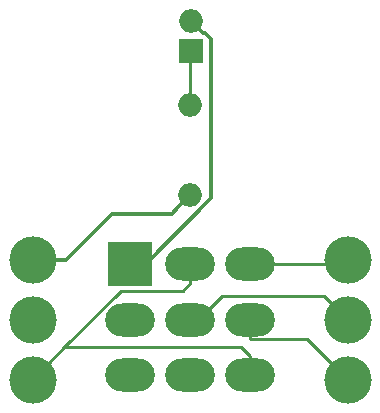
<source format=gbr>
G04 #@! TF.GenerationSoftware,KiCad,Pcbnew,(5.1.5-0-10_14)*
G04 #@! TF.CreationDate,2020-11-20T21:35:50+01:00*
G04 #@! TF.ProjectId,3pdt-90deg,33706474-2d39-4306-9465-672e6b696361,rev?*
G04 #@! TF.SameCoordinates,Original*
G04 #@! TF.FileFunction,Copper,L1,Top*
G04 #@! TF.FilePolarity,Positive*
%FSLAX46Y46*%
G04 Gerber Fmt 4.6, Leading zero omitted, Abs format (unit mm)*
G04 Created by KiCad (PCBNEW (5.1.5-0-10_14)) date 2020-11-20 21:35:50*
%MOMM*%
%LPD*%
G04 APERTURE LIST*
%ADD10O,4.200000X2.800000*%
%ADD11R,3.816000X3.816000*%
%ADD12R,2.000000X2.000000*%
%ADD13O,2.000000X2.000000*%
%ADD14C,4.000500*%
%ADD15C,0.250000*%
%ADD16C,0.300000*%
G04 APERTURE END LIST*
D10*
X156210000Y-68200000D03*
X156210000Y-63500000D03*
X156210000Y-58800000D03*
X151130000Y-68200000D03*
X151130000Y-63500000D03*
X151130000Y-58800000D03*
X146050000Y-68200000D03*
X146050000Y-63500000D03*
D11*
X146050000Y-58800000D03*
D12*
X151193500Y-40767000D03*
D13*
X151193500Y-38227000D03*
D14*
X137795000Y-68580000D03*
X164465000Y-68580000D03*
X137795000Y-63500000D03*
X137795000Y-58420000D03*
X164465000Y-63500000D03*
X164465000Y-58420000D03*
D13*
X151130000Y-45339000D03*
X151130000Y-52959000D03*
D15*
X151130000Y-40830500D02*
X151193500Y-40767000D01*
X151130000Y-45339000D02*
X151130000Y-40830500D01*
D16*
X152373501Y-39226999D02*
X152908000Y-39761498D01*
X152193499Y-39226999D02*
X152373501Y-39226999D01*
X151193500Y-38227000D02*
X152193499Y-39226999D01*
X147361002Y-58800000D02*
X146050000Y-58800000D01*
X152908000Y-53253002D02*
X147361002Y-58800000D01*
X152908000Y-39761498D02*
X152908000Y-53253002D01*
D15*
X151130000Y-60450000D02*
X151130000Y-58800000D01*
X150496999Y-61083001D02*
X151130000Y-60450000D01*
X145291999Y-61083001D02*
X150496999Y-61083001D01*
X155446000Y-65786000D02*
X140462000Y-65786000D01*
X156210000Y-66550000D02*
X155446000Y-65786000D01*
X156210000Y-68200000D02*
X156210000Y-66550000D01*
X140462000Y-65786000D02*
X145291999Y-61083001D01*
X137795000Y-68580000D02*
X140462000Y-65786000D01*
X156210000Y-63500000D02*
X156210000Y-65150000D01*
X161035000Y-65150000D02*
X164465000Y-68580000D01*
X156210000Y-65150000D02*
X161035000Y-65150000D01*
D16*
X150130001Y-53958999D02*
X151130000Y-52959000D01*
X149561990Y-54527010D02*
X150130001Y-53958999D01*
X144516770Y-54527010D02*
X149561990Y-54527010D01*
X140623780Y-58420000D02*
X144516770Y-54527010D01*
X137795000Y-58420000D02*
X140623780Y-58420000D01*
D15*
X162464751Y-61499751D02*
X164465000Y-63500000D01*
X153830249Y-61499751D02*
X162464751Y-61499751D01*
X151830000Y-63500000D02*
X153830249Y-61499751D01*
X151130000Y-63500000D02*
X151830000Y-63500000D01*
X164085000Y-58800000D02*
X164465000Y-58420000D01*
X156210000Y-58800000D02*
X164085000Y-58800000D01*
M02*

</source>
